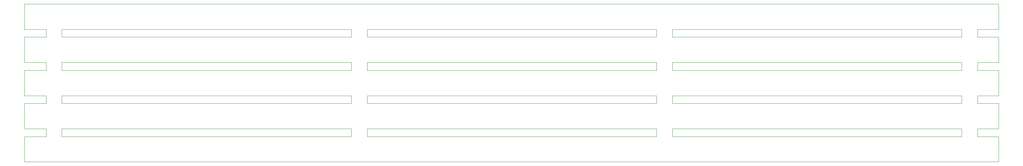
<source format=gbr>
G04 #@! TF.GenerationSoftware,KiCad,Pcbnew,(5.1.0-0)*
G04 #@! TF.CreationDate,2019-04-23T10:55:05-07:00*
G04 #@! TF.ProjectId,TestPanel2,54657374-5061-46e6-956c-322e6b696361,rev?*
G04 #@! TF.SameCoordinates,Original*
G04 #@! TF.FileFunction,Profile,NP*
%FSLAX46Y46*%
G04 Gerber Fmt 4.6, Leading zero omitted, Abs format (unit mm)*
G04 Created by KiCad (PCBNEW (5.1.0-0)) date 2019-04-23 10:55:05*
%MOMM*%
%LPD*%
G04 APERTURE LIST*
%ADD10C,0.100000*%
G04 APERTURE END LIST*
D10*
X76390592Y-111864815D02*
X326390082Y-111864815D01*
X76390592Y-105364953D02*
X76390592Y-111864815D01*
X81962129Y-86365015D02*
X81962129Y-88365000D01*
X316919536Y-77864909D02*
X316919536Y-79864895D01*
X242600408Y-77864909D02*
X316919536Y-77864909D01*
X242600408Y-79864895D02*
X242600408Y-77864909D01*
X316919536Y-79864895D02*
X242600408Y-79864895D01*
X316919536Y-86365015D02*
X316919536Y-88365000D01*
X242600408Y-86365015D02*
X316919536Y-86365015D01*
X242600408Y-88365000D02*
X242600408Y-86365015D01*
X316919536Y-88365000D02*
X242600408Y-88365000D01*
X316919536Y-94864862D02*
X316919536Y-96864847D01*
X242600408Y-94864862D02*
X316919536Y-94864862D01*
X242600408Y-96864847D02*
X242600408Y-94864862D01*
X316919536Y-96864847D02*
X242600408Y-96864847D01*
X316919536Y-103364967D02*
X316919536Y-105364953D01*
X242600408Y-103364967D02*
X316919536Y-103364967D01*
X242600408Y-105364953D02*
X242600408Y-103364967D01*
X316919536Y-105364953D02*
X242600408Y-105364953D01*
X85962144Y-105364953D02*
X85962144Y-103364967D01*
X160281272Y-105364953D02*
X85962144Y-105364953D01*
X160281272Y-103364967D02*
X160281272Y-105364953D01*
X85962144Y-103364967D02*
X160281272Y-103364967D01*
X85962144Y-96864847D02*
X85962144Y-94864862D01*
X160281272Y-96864847D02*
X85962144Y-96864847D01*
X160281272Y-94864862D02*
X160281272Y-96864847D01*
X85962144Y-94864862D02*
X160281272Y-94864862D01*
X85962144Y-88365000D02*
X85962144Y-86365015D01*
X76390592Y-77864909D02*
X81962129Y-77864909D01*
X81962129Y-79864895D02*
X76390592Y-79864895D01*
X81962129Y-88365000D02*
X76390592Y-88365000D01*
X320919551Y-86365015D02*
X326390082Y-86365015D01*
X320919551Y-88365000D02*
X320919551Y-86365015D01*
X326390082Y-88365000D02*
X320919551Y-88365000D01*
X326390082Y-94864862D02*
X326390082Y-88365000D01*
X320919551Y-94864862D02*
X326390082Y-94864862D01*
X320919551Y-96864847D02*
X320919551Y-94864862D01*
X326390082Y-96864847D02*
X320919551Y-96864847D01*
X326390082Y-103364967D02*
X326390082Y-96864847D01*
X320919551Y-103364967D02*
X326390082Y-103364967D01*
X320919551Y-105364953D02*
X320919551Y-103364967D01*
X238600415Y-77864909D02*
X238600415Y-79864895D01*
X164281265Y-77864909D02*
X238600415Y-77864909D01*
X164281265Y-79864895D02*
X164281265Y-77864909D01*
X238600415Y-88365000D02*
X164281265Y-88365000D01*
X238600415Y-86365015D02*
X238600415Y-88365000D01*
X164281265Y-86365015D02*
X238600415Y-86365015D01*
X164281265Y-88365000D02*
X164281265Y-86365015D01*
X164281265Y-103364967D02*
X238600415Y-103364967D01*
X164281265Y-105364953D02*
X164281265Y-103364967D01*
X238600415Y-105364953D02*
X164281265Y-105364953D01*
X238600415Y-103364967D02*
X238600415Y-105364953D01*
X238600415Y-96864847D02*
X164281265Y-96864847D01*
X238600415Y-94864862D02*
X238600415Y-96864847D01*
X164281265Y-94864862D02*
X238600415Y-94864862D01*
X164281265Y-96864847D02*
X164281265Y-94864862D01*
X320919551Y-77864909D02*
X326390082Y-77864909D01*
X320919551Y-79864895D02*
X320919551Y-77864909D01*
X326390082Y-79864895D02*
X320919551Y-79864895D01*
X326390082Y-86365015D02*
X326390082Y-79864895D01*
X326390082Y-71365047D02*
X76390592Y-71365047D01*
X81962129Y-77864909D02*
X81962129Y-79864895D01*
X160281272Y-88365000D02*
X85962144Y-88365000D01*
X160281272Y-86365015D02*
X160281272Y-88365000D01*
X85962144Y-86365015D02*
X160281272Y-86365015D01*
X85962144Y-79864895D02*
X85962144Y-77864909D01*
X76390592Y-71365047D02*
X76390592Y-77864909D01*
X326390082Y-77864909D02*
X326390082Y-71365047D01*
X326390082Y-105364953D02*
X320919551Y-105364953D01*
X326390082Y-111864815D02*
X326390082Y-105364953D01*
X76390592Y-103364967D02*
X81962129Y-103364967D01*
X76390592Y-96864847D02*
X76390592Y-103364967D01*
X81962129Y-105364953D02*
X76390592Y-105364953D01*
X81962129Y-103364967D02*
X81962129Y-105364953D01*
X81962129Y-96864847D02*
X76390592Y-96864847D01*
X81962129Y-94864862D02*
X81962129Y-96864847D01*
X160281272Y-79864895D02*
X85962144Y-79864895D01*
X160281272Y-77864909D02*
X160281272Y-79864895D01*
X85962144Y-77864909D02*
X160281272Y-77864909D01*
X238600415Y-79864895D02*
X164281265Y-79864895D01*
X76390592Y-79864895D02*
X76390592Y-86365015D01*
X76390592Y-86365015D02*
X81962129Y-86365015D01*
X76390592Y-94864862D02*
X81962129Y-94864862D01*
X76390592Y-88365000D02*
X76390592Y-94864862D01*
M02*

</source>
